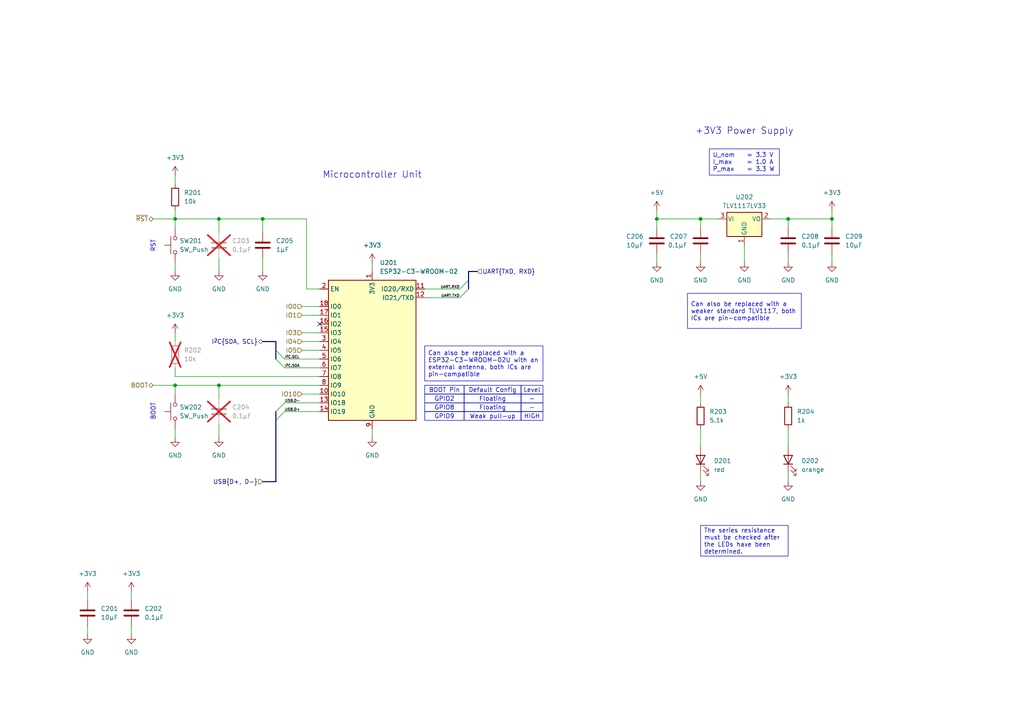
<source format=kicad_sch>
(kicad_sch (version 20231120) (generator "eeschema") (generator_version "8.0")
  (paper "A4")
  (title_block (title "Wordclock - Microcontroller Unit & Power Supply") (date "2024-10-27") (rev "A") (company "ElektroNik Zoller") (comment 1 "Nikolai Zoller") (comment 4 "CERN-OHL-P"))
  (lib_symbols
    (symbol "Device:C" (pin_numbers hide) (pin_names (offset 0.254))
      (property "Reference" "C" (at 0.635 2.54 0))
      (property "Value" "C" (at 0.635 -2.54 0))
      (symbol "C_0_1"
        (polyline (pts (xy -2.032 -0.762) (xy 2.032 -0.762)) (stroke (width 0.508)))
        (polyline (pts (xy -2.032 0.762) (xy 2.032 0.762)) (stroke (width 0.508)))
      )
      (symbol "C_1_1"
        (pin passive line (at 0 3.81 270) (length 2.794) (name "~") (number "1"))
        (pin passive line (at 0 -3.81 90) (length 2.794) (name "~") (number "2"))
      )
    )
    (symbol "Device:LED" (pin_numbers hide) (pin_names (offset 1.016) hide)
      (property "Reference" "D" (at 0 2.54 0))
      (property "Value" "LED" (at 0 -2.54 0))
      (symbol "LED_0_1"
        (polyline (pts (xy -1.27 -1.27) (xy -1.27 1.27)) (stroke (width 0.254)))
        (polyline (pts (xy -1.27 0) (xy 1.27 0)))
        (polyline (pts (xy 1.27 -1.27) (xy 1.27 1.27) (xy -1.27 0) (xy 1.27 -1.27)) (stroke (width 0.254)))
        (polyline (pts (xy -3.048 -0.762) (xy -4.572 -2.286) (xy -3.81 -2.286) (xy -4.572 -2.286) (xy -4.572 -1.524)))
        (polyline (pts (xy -1.778 -0.762) (xy -3.302 -2.286) (xy -2.54 -2.286) (xy -3.302 -2.286) (xy -3.302 -1.524)))
      )
      (symbol "LED_1_1"
        (pin passive line (at -3.81 0 0) (length 2.54) (name "K") (number "1"))
        (pin passive line (at 3.81 0 180) (length 2.54) (name "A") (number "2"))
      )
    )
    (symbol "Device:R" (pin_numbers hide) (pin_names (offset 0))
      (property "Reference" "R" (at 2.032 0 90))
      (property "Value" "R" (at 0 0 90))
      (symbol "R_0_1"
        (rectangle (start -1.016 -2.54) (end 1.016 2.54) (stroke (width 0.254)))
      )
      (symbol "R_1_1"
        (pin passive line (at 0 3.81 270) (length 1.27) (name "~") (number "1"))
        (pin passive line (at 0 -3.81 90) (length 1.27) (name "~") (number "2"))
      )
    )
    (symbol "RF_Module:ESP32-C3-WROOM-02"
      (property "Reference" "U" (at -12.192 21.336 0))
      (property "Value" "ESP32-C3-WROOM-02" (at 12.192 21.336 0))
      (symbol "ESP32-C3-WROOM-02_1_1"
        (rectangle (start -12.7 20.32) (end 12.7 -20.32) (stroke (width 0.254)) (fill (type background)))
        (pin power_in line (at 0 22.86 270) (length 2.54) (name "3V3") (number "1"))
        (pin bidirectional line (at -15.24 -12.7 0) (length 2.54) (name "IO10") (number "10"))
        (pin bidirectional line (at 15.24 17.78 180) (length 2.54) (name "IO20/RXD") (number "11"))
        (pin bidirectional line (at 15.24 15.24 180) (length 2.54) (name "IO21/TXD") (number "12"))
        (pin bidirectional line (at -15.24 -15.24 0) (length 2.54) (name "IO18") (number "13"))
        (pin bidirectional line (at -15.24 -17.78 0) (length 2.54) (name "IO19") (number "14"))
        (pin bidirectional line (at -15.24 5.08 0) (length 2.54) (name "IO3") (number "15"))
        (pin bidirectional line (at -15.24 7.62 0) (length 2.54) (name "IO2") (number "16"))
        (pin bidirectional line (at -15.24 10.16 0) (length 2.54) (name "IO1") (number "17"))
        (pin bidirectional line (at -15.24 12.7 0) (length 2.54) (name "IO0") (number "18"))
        (pin passive line (at 0 -22.86 90) (length 2.54) hide (name "GND") (number "19"))
        (pin input line (at -15.24 17.78 0) (length 2.54) (name "EN") (number "2"))
        (pin bidirectional line (at -15.24 2.54 0) (length 2.54) (name "IO4") (number "3"))
        (pin bidirectional line (at -15.24 0 0) (length 2.54) (name "IO5") (number "4"))
        (pin bidirectional line (at -15.24 -2.54 0) (length 2.54) (name "IO6") (number "5"))
        (pin bidirectional line (at -15.24 -5.08 0) (length 2.54) (name "IO7") (number "6"))
        (pin bidirectional line (at -15.24 -7.62 0) (length 2.54) (name "IO8") (number "7"))
        (pin bidirectional line (at -15.24 -10.16 0) (length 2.54) (name "IO9") (number "8"))
        (pin power_in line (at 0 -22.86 90) (length 2.54) (name "GND") (number "9"))
      )
    )
    (symbol "Regulator_Linear:TLV1117-33" (pin_names (offset 0.254))
      (property "Reference" "U" (at -3.81 3.175 0))
      (property "Value" "TLV1117-33" (at 0 3.175 0))
      (symbol "TLV1117-33_0_1"
        (rectangle (start -5.08 -5.08) (end 5.08 1.905) (stroke (width 0.254)) (fill (type background)))
      )
      (symbol "TLV1117-33_1_1"
        (pin power_in line (at 0 -7.62 90) (length 2.54) (name "GND") (number "1"))
        (pin power_out line (at 7.62 0 180) (length 2.54) (name "VO") (number "2"))
        (pin power_in line (at -7.62 0 0) (length 2.54) (name "VI") (number "3"))
      )
    )
    (symbol "Switch:SW_Push" (pin_numbers hide) (pin_names (offset 1.016) hide)
      (property "Reference" "SW" (at 1.27 2.54 0))
      (property "Value" "SW_Push" (at 0 -1.524 0))
      (symbol "SW_Push_0_1"
        (circle (center -2.032 0) (radius 0.508))
        (polyline (pts (xy 0 1.27) (xy 0 3.048)))
        (polyline (pts (xy 2.54 1.27) (xy -2.54 1.27)))
        (circle (center 2.032 0) (radius 0.508))
        (pin passive line (at -5.08 0 0) (length 2.54) (name "1") (number "1"))
        (pin passive line (at 5.08 0 180) (length 2.54) (name "2") (number "2"))
      )
    )
    (symbol "power:+3V3" (power) (pin_numbers hide) (pin_names (offset 0) hide)
      (property "Value" "+3V3" (at 0 3.556 0))
      (symbol "+3V3_0_1"
        (polyline (pts (xy -0.762 1.27) (xy 0 2.54)))
        (polyline (pts (xy 0 0) (xy 0 2.54)))
        (polyline (pts (xy 0 2.54) (xy 0.762 1.27)))
      )
      (symbol "+3V3_1_1"
        (pin power_in line (at 0 0 90) (length 0) (name "~") (number "1"))
      )
    )
    (symbol "power:+5V" (power) (pin_numbers hide) (pin_names (offset 0) hide)
      (property "Value" "+5V" (at 0 3.556 0))
      (symbol "+5V_0_1"
        (polyline (pts (xy -0.762 1.27) (xy 0 2.54)))
        (polyline (pts (xy 0 0) (xy 0 2.54)))
        (polyline (pts (xy 0 2.54) (xy 0.762 1.27)))
      )
      (symbol "+5V_1_1"
        (pin power_in line (at 0 0 90) (length 0) (name "~") (number "1"))
      )
    )
    (symbol "power:GND" (power) (pin_numbers hide) (pin_names (offset 0) hide)
      (property "Value" "GND" (at 0 -3.81 0))
      (symbol "GND_0_1"
        (polyline (pts (xy 0 0) (xy 0 -1.27) (xy 1.27 -1.27) (xy 0 -2.54) (xy -1.27 -1.27) (xy 0 -1.27)))
      )
      (symbol "GND_1_1"
        (pin power_in line (at 0 0 270) (length 0) (name "~") (number "1"))
      )
    )
  )
  (junction (at 203.2 63.5))
  (junction (at 63.5 111.76))
  (junction (at 63.5 63.5))
  (junction (at 228.6 63.5))
  (junction (at 50.8 63.5))
  (junction (at 50.8 111.76))
  (junction (at 241.3 63.5))
  (junction (at 76.2 63.5))
  (junction (at 190.5 63.5))
  (no_connect (at 92.71 93.98))
  (bus_entry (at 80.01 104.14) (size 2.54 2.54))
  (bus_entry (at 135.89 81.28) (size -2.54 2.54))
  (bus_entry (at 135.89 83.82) (size -2.54 2.54))
  (bus_entry (at 80.01 101.6) (size 2.54 2.54))
  (bus_entry (at 80.01 119.38) (size 2.54 -2.54))
  (bus_entry (at 80.01 121.92) (size 2.54 -2.54))
  (wire (pts (xy 215.9 71.12) (xy 215.9 76.2)))
  (wire (pts (xy 50.8 63.5) (xy 50.8 66.04)))
  (wire (pts (xy 63.5 111.76) (xy 92.71 111.76)))
  (wire (pts (xy 63.5 78.74) (xy 63.5 74.93)))
  (wire (pts (xy 190.5 73.66) (xy 190.5 76.2)))
  (bus (pts (xy 135.89 78.74) (xy 138.43 78.74)))
  (wire (pts (xy 88.9 83.82) (xy 92.71 83.82)))
  (wire (pts (xy 203.2 63.5) (xy 203.2 66.04)))
  (wire (pts (xy 82.55 119.38) (xy 92.71 119.38)))
  (wire (pts (xy 63.5 63.5) (xy 76.2 63.5)))
  (wire (pts (xy 50.8 124.46) (xy 50.8 127)))
  (bus (pts (xy 135.89 81.28) (xy 135.89 78.74)))
  (wire (pts (xy 203.2 114.3) (xy 203.2 116.84)))
  (wire (pts (xy 82.55 116.84) (xy 92.71 116.84)))
  (wire (pts (xy 76.2 67.31) (xy 76.2 63.5)))
  (wire (pts (xy 203.2 137.16) (xy 203.2 139.7)))
  (wire (pts (xy 76.2 78.74) (xy 76.2 74.93)))
  (wire (pts (xy 203.2 124.46) (xy 203.2 129.54)))
  (wire (pts (xy 223.52 63.5) (xy 228.6 63.5)))
  (wire (pts (xy 50.8 99.06) (xy 50.8 96.52)))
  (wire (pts (xy 50.8 53.34) (xy 50.8 50.8)))
  (bus (pts (xy 80.01 101.6) (xy 80.01 99.06)))
  (wire (pts (xy 228.6 114.3) (xy 228.6 116.84)))
  (bus (pts (xy 80.01 104.14) (xy 80.01 101.6)))
  (wire (pts (xy 228.6 73.66) (xy 228.6 76.2)))
  (wire (pts (xy 25.4 181.61) (xy 25.4 184.15)))
  (wire (pts (xy 87.63 101.6) (xy 92.71 101.6)))
  (wire (pts (xy 87.63 99.06) (xy 92.71 99.06)))
  (wire (pts (xy 50.8 76.2) (xy 50.8 78.74)))
  (wire (pts (xy 50.8 63.5) (xy 63.5 63.5)))
  (wire (pts (xy 190.5 60.96) (xy 190.5 63.5)))
  (wire (pts (xy 63.5 115.57) (xy 63.5 111.76)))
  (wire (pts (xy 133.35 83.82) (xy 123.19 83.82)))
  (wire (pts (xy 241.3 63.5) (xy 241.3 60.96)))
  (wire (pts (xy 50.8 111.76) (xy 63.5 111.76)))
  (wire (pts (xy 107.95 76.2) (xy 107.95 78.74)))
  (wire (pts (xy 190.5 63.5) (xy 190.5 66.04)))
  (wire (pts (xy 50.8 111.76) (xy 50.8 114.3)))
  (wire (pts (xy 38.1 171.45) (xy 38.1 173.99)))
  (wire (pts (xy 63.5 67.31) (xy 63.5 63.5)))
  (wire (pts (xy 44.45 111.76) (xy 50.8 111.76)))
  (wire (pts (xy 82.55 106.68) (xy 92.71 106.68)))
  (wire (pts (xy 38.1 181.61) (xy 38.1 184.15)))
  (wire (pts (xy 203.2 73.66) (xy 203.2 76.2)))
  (wire (pts (xy 76.2 63.5) (xy 88.9 63.5)))
  (bus (pts (xy 80.01 139.7) (xy 76.2 139.7)))
  (wire (pts (xy 228.6 63.5) (xy 228.6 66.04)))
  (wire (pts (xy 87.63 88.9) (xy 92.71 88.9)))
  (wire (pts (xy 203.2 63.5) (xy 208.28 63.5)))
  (wire (pts (xy 87.63 91.44) (xy 92.71 91.44)))
  (wire (pts (xy 44.45 63.5) (xy 50.8 63.5)))
  (wire (pts (xy 228.6 137.16) (xy 228.6 139.7)))
  (bus (pts (xy 80.01 99.06) (xy 76.2 99.06)))
  (wire (pts (xy 50.8 109.22) (xy 50.8 106.68)))
  (bus (pts (xy 80.01 119.38) (xy 80.01 121.92)))
  (wire (pts (xy 88.9 63.5) (xy 88.9 83.82)))
  (wire (pts (xy 50.8 60.96) (xy 50.8 63.5)))
  (wire (pts (xy 228.6 63.5) (xy 241.3 63.5)))
  (wire (pts (xy 241.3 73.66) (xy 241.3 76.2)))
  (wire (pts (xy 228.6 124.46) (xy 228.6 129.54)))
  (wire (pts (xy 107.95 124.46) (xy 107.95 127)))
  (wire (pts (xy 241.3 63.5) (xy 241.3 66.04)))
  (wire (pts (xy 25.4 171.45) (xy 25.4 173.99)))
  (wire (pts (xy 190.5 63.5) (xy 203.2 63.5)))
  (bus (pts (xy 80.01 121.92) (xy 80.01 139.7)))
  (wire (pts (xy 82.55 104.14) (xy 92.71 104.14)))
  (bus (pts (xy 135.89 83.82) (xy 135.89 81.28)))
  (wire (pts (xy 87.63 114.3) (xy 92.71 114.3)))
  (wire (pts (xy 87.63 96.52) (xy 92.71 96.52)))
  (wire (pts (xy 63.5 127) (xy 63.5 123.19)))
  (wire (pts (xy 133.35 86.36) (xy 123.19 86.36)))
  (wire (pts (xy 92.71 109.22) (xy 50.8 109.22)))
  (text_box "Floating" (at 134.62 114.3 0) (size 16.51 2.54) (effects (font (size 1.27 1.27))))
  (text_box "BOOT Pin" (at 123.19 111.76 0) (size 11.43 2.54) (effects (font (size 1.27 1.27))))
  (text_box "GPIO8" (at 123.19 116.84 0) (size 11.43 2.54) (effects (font (size 1.27 1.27))))
  (text_box "Can also be replaced with a ESP32-C3-WROOM-02U with an external antenna, both ICs are pin-compatible" (at 123.19 100.33 0) (size 34.29 10.16) (effects (font (size 1.27 1.27)) (justify left)))
  (text_box "U_nom	= 3.3 V\nI_max	= 1.0 A\nP_max	= 3.3 W" (at 205.74 43.18 0) (size 20.32 7.62) (effects (font (size 1.27 1.27)) (justify left top)))
  (text_box "Default Config" (at 134.62 111.76 0) (size 16.51 2.54) (effects (font (size 1.27 1.27))))
  (text_box "Level" (at 151.13 111.76 0) (size 6.35 2.54) (effects (font (size 1.27 1.27))))
  (text_box "GPIO9" (at 123.19 119.38 0) (size 11.43 2.54) (effects (font (size 1.27 1.27))))
  (text_box "Weak pull-up" (at 134.62 119.38 0) (size 16.51 2.54) (effects (font (size 1.27 1.27))))
  (text_box "The series resistance must be checked after the LEDs have been determined." (at 203.2 152.4 0) (size 25.4 8.89) (effects (font (size 1.27 1.27)) (justify left)))
  (text_box "HIGH" (at 151.13 119.38 0) (size 6.35 2.54) (effects (font (size 1.27 1.27))))
  (text_box "Can also be replaced with a weaker standard TLV1117, both ICs are pin-compatible" (at 199.39 85.09 0) (size 33.02 10.16) (effects (font (size 1.27 1.27)) (justify left)))
  (text_box "GPIO2" (at 123.19 114.3 0) (size 11.43 2.54) (effects (font (size 1.27 1.27))))
  (text_box "-" (at 151.13 116.84 0) (size 6.35 2.54) (effects (font (size 1.27 1.27))))
  (text_box "-" (at 151.13 114.3 0) (size 6.35 2.54) (effects (font (size 1.27 1.27))))
  (text_box "Floating" (at 134.62 116.84 0) (size 16.51 2.54) (effects (font (size 1.27 1.27))))
  (text "+3V3 Power Supply" (at 215.9 38.1 0) (effects (font (size 1.905 1.905))))
  (text "Microcontroller Unit" (at 107.95 50.8 0) (effects (font (size 1.905 1.905))))
  (text "RST" (at 44.45 71.374 90) (effects (font (size 1.27 1.27))))
  (text "BOOT" (at 44.45 119.38 90) (effects (font (size 1.27 1.27))))
  (label "USB.D-" (at 82.55 116.84 0) (effects (font (size 0.762 0.762))))
  (label "I^{2}C.SDA" (at 82.55 106.68 0) (effects (font (size 0.762 0.762))))
  (label "USB.D+" (at 82.55 119.38 0) (effects (font (size 0.762 0.762))))
  (label "I^{2}C.SCL" (at 82.55 104.14 0) (effects (font (size 0.762 0.762))))
  (label "UART.RXD" (at 133.35 83.82 180) (effects (font (size 0.762 0.762))))
  (label "UART.TXD" (at 133.35 86.36 180) (effects (font (size 0.762 0.762))))
  (hierarchical_label "IO4" (shape input) (at 87.63 99.06 180))
  (hierarchical_label "USB{D+, D-}" (shape input) (at 76.2 139.7 180))
  (hierarchical_label "~{RST}" (shape bidirectional) (at 44.45 63.5 180))
  (hierarchical_label "BOOT" (shape bidirectional) (at 44.45 111.76 180))
  (hierarchical_label "IO1" (shape input) (at 87.63 91.44 180))
  (hierarchical_label "IO0" (shape input) (at 87.63 88.9 180))
  (hierarchical_label "IO3" (shape input) (at 87.63 96.52 180))
  (hierarchical_label "UART{TXD, RXD}" (shape input) (at 138.43 78.74 0))
  (hierarchical_label "I^{2}C{SDA, SCL}" (shape bidirectional) (at 76.2 99.06 180))
  (hierarchical_label "IO5" (shape input) (at 87.63 101.6 180))
  (hierarchical_label "IO10" (shape input) (at 87.63 114.3 180))
  (symbol (lib_id "power:GND") (at 228.6 76.2 0) (mirror y) (unit 1)
    (property "Reference" "#PWR0220" (effects (hide yes)))
    (property "Value" "GND" (at 228.6 81.28 0))
    (property "Description" "Power symbol creates a global label with name \"GND\" , ground" (effects (hide yes)))
  )
  (symbol (lib_id "power:+3V3") (at 50.8 50.8 0) (mirror y) (unit 1)
    (property "Reference" "#PWR0205" (effects (hide yes)))
    (property "Value" "+3V3" (at 50.8 45.72 0))
    (property "Description" "Power symbol creates a global label with name \"+3V3\"" (effects (hide yes)))
  )
  (symbol (lib_id "power:GND") (at 76.2 78.74 0) (unit 1)
    (property "Reference" "#PWR0211" (effects (hide yes)))
    (property "Value" "GND" (at 76.2 83.82 0))
    (property "Description" "Power symbol creates a global label with name \"GND\" , ground" (effects (hide yes)))
  )
  (symbol (lib_id "Device:C") (at 241.3 69.85 0) (unit 1)
    (property "Reference" "C209" (at 245.11 68.5799 0) (effects (justify left)))
    (property "Value" "10µF" (at 245.11 71.1199 0) (effects (justify left)))
    (property "Description" "Unpolarized capacitor" (effects (hide yes)))
  )
  (symbol (lib_id "power:+3V3") (at 50.8 96.52 0) (mirror y) (unit 1)
    (property "Reference" "#PWR0207" (effects (hide yes)))
    (property "Value" "+3V3" (at 50.8 91.44 0))
    (property "Description" "Power symbol creates a global label with name \"+3V3\"" (effects (hide yes)))
  )
  (symbol (lib_id "power:+3V3") (at 241.3 60.96 0) (unit 1)
    (property "Reference" "#PWR0223" (effects (hide yes)))
    (property "Value" "+3V3" (at 241.3 55.88 0))
    (property "Description" "Power symbol creates a global label with name \"+3V3\"" (effects (hide yes)))
  )
  (symbol (lib_id "power:GND") (at 63.5 78.74 0) (unit 1)
    (property "Reference" "#PWR0209" (effects (hide yes)))
    (property "Value" "GND" (at 63.5 83.82 0))
    (property "Description" "Power symbol creates a global label with name \"GND\" , ground" (effects (hide yes)))
  )
  (symbol (lib_id "Switch:SW_Push") (at 50.8 71.12 90) (unit 1)
    (property "Reference" "SW201" (at 52.07 69.8499 90) (effects (justify right)))
    (property "Value" "SW_Push" (at 52.07 72.3899 90) (effects (justify right)))
    (property "Description" "Push button switch, generic, two pins" (effects (hide yes)))
  )
  (symbol (lib_id "power:GND") (at 228.6 139.7 0) (mirror y) (unit 1)
    (property "Reference" "#PWR0222" (effects (hide yes)))
    (property "Value" "GND" (at 228.6 144.78 0))
    (property "Description" "Power symbol creates a global label with name \"GND\" , ground" (effects (hide yes)))
  )
  (symbol (lib_id "power:GND") (at 107.95 127 0) (mirror y) (unit 1)
    (property "Reference" "#PWR0213" (effects (hide yes)))
    (property "Value" "GND" (at 107.95 132.08 0))
    (property "Description" "Power symbol creates a global label with name \"GND\" , ground" (effects (hide yes)))
  )
  (symbol (lib_id "Device:C") (at 203.2 69.85 0) (mirror y) (unit 1)
    (property "Reference" "C207" (at 199.39 68.5799 0) (effects (justify left)))
    (property "Value" "0.1µF" (at 199.39 71.1199 0) (effects (justify left)))
    (property "Description" "Unpolarized capacitor" (effects (hide yes)))
  )
  (symbol (lib_id "Device:R") (at 50.8 102.87 0) (unit 1) (dnp yes)
    (property "Reference" "R202" (at 53.34 101.5999 0) (effects (justify left)))
    (property "Value" "10k" (at 53.34 104.1399 0) (effects (justify left)))
    (property "Description" "Resistor" (effects (hide yes)))
  )
  (symbol (lib_id "power:GND") (at 63.5 127 0) (unit 1)
    (property "Reference" "#PWR0210" (effects (hide yes)))
    (property "Value" "GND" (at 63.5 132.08 0))
    (property "Description" "Power symbol creates a global label with name \"GND\" , ground" (effects (hide yes)))
  )
  (symbol (lib_id "power:+3V3") (at 228.6 114.3 0) (unit 1)
    (property "Reference" "#PWR0221" (effects (hide yes)))
    (property "Value" "+3V3" (at 228.6 109.22 0))
    (property "Description" "Power symbol creates a global label with name \"+3V3\"" (effects (hide yes)))
  )
  (symbol (lib_id "power:+5V") (at 190.5 60.96 0) (unit 1)
    (property "Reference" "#PWR0214" (effects (hide yes)))
    (property "Value" "+5V" (at 190.5 55.88 0))
    (property "Description" "Power symbol creates a global label with name \"+5V\"" (effects (hide yes)))
  )
  (symbol (lib_id "Switch:SW_Push") (at 50.8 119.38 90) (unit 1)
    (property "Reference" "SW202" (at 52.07 118.1099 90) (effects (justify right)))
    (property "Value" "SW_Push" (at 52.07 120.6499 90) (effects (justify right)))
    (property "Description" "Push button switch, generic, two pins" (effects (hide yes)))
  )
  (symbol (lib_id "power:+5V") (at 203.2 114.3 0) (unit 1)
    (property "Reference" "#PWR0217" (effects (hide yes)))
    (property "Value" "+5V" (at 203.2 109.22 0))
    (property "Description" "Power symbol creates a global label with name \"+5V\"" (effects (hide yes)))
  )
  (symbol (lib_id "Device:LED") (at 203.2 133.35 90) (unit 1)
    (property "Reference" "D201" (at 207.01 133.6674 90) (effects (justify right)))
    (property "Value" "red" (at 207.01 136.2074 90) (effects (justify right)))
    (property "Description" "Light emitting diode" (effects (hide yes)))
  )
  (symbol (lib_id "power:GND") (at 50.8 78.74 0) (unit 1)
    (property "Reference" "#PWR0206" (effects (hide yes)))
    (property "Value" "GND" (at 50.8 83.82 0))
    (property "Description" "Power symbol creates a global label with name \"GND\" , ground" (effects (hide yes)))
  )
  (symbol (lib_id "Device:LED") (at 228.6 133.35 90) (unit 1)
    (property "Reference" "D202" (at 232.41 133.6674 90) (effects (justify right)))
    (property "Value" "orange" (at 232.41 136.2074 90) (effects (justify right)))
    (property "Description" "Light emitting diode" (effects (hide yes)))
  )
  (symbol (lib_id "power:GND") (at 38.1 184.15 0) (unit 1)
    (property "Reference" "#PWR0204" (effects (hide yes)))
    (property "Value" "GND" (at 38.1 189.23 0))
    (property "Description" "Power symbol creates a global label with name \"GND\" , ground" (effects (hide yes)))
  )
  (symbol (lib_id "power:+3V3") (at 38.1 171.45 0) (unit 1)
    (property "Reference" "#PWR0203" (effects (hide yes)))
    (property "Value" "+3V3" (at 38.1 166.37 0))
    (property "Description" "Power symbol creates a global label with name \"+3V3\"" (effects (hide yes)))
  )
  (symbol (lib_id "Device:C") (at 63.5 71.12 0) (unit 1) (dnp yes)
    (property "Reference" "C203" (at 67.31 69.8499 0) (effects (justify left)))
    (property "Value" "0.1µF" (at 67.31 72.3899 0) (effects (justify left)))
    (property "Description" "Unpolarized capacitor" (effects (hide yes)))
  )
  (symbol (lib_id "power:+3V3") (at 107.95 76.2 0) (mirror y) (unit 1)
    (property "Reference" "#PWR0212" (effects (hide yes)))
    (property "Value" "+3V3" (at 107.95 71.12 0))
    (property "Description" "Power symbol creates a global label with name \"+3V3\"" (effects (hide yes)))
  )
  (symbol (lib_id "power:+3V3") (at 25.4 171.45 0) (unit 1)
    (property "Reference" "#PWR0201" (effects (hide yes)))
    (property "Value" "+3V3" (at 25.4 166.37 0))
    (property "Description" "Power symbol creates a global label with name \"+3V3\"" (effects (hide yes)))
  )
  (symbol (lib_id "Device:R") (at 228.6 120.65 0) (unit 1)
    (property "Reference" "R204" (at 231.14 119.3799 0) (effects (justify left)))
    (property "Value" "1k" (at 231.14 121.9199 0) (effects (justify left)))
    (property "Description" "Resistor" (effects (hide yes)))
  )
  (symbol (lib_id "Device:C") (at 38.1 177.8 0) (unit 1)
    (property "Reference" "C202" (at 41.91 176.5299 0) (effects (justify left)))
    (property "Value" "0.1µF" (at 41.91 179.0699 0) (effects (justify left)))
    (property "Description" "Unpolarized capacitor" (effects (hide yes)))
  )
  (symbol (lib_id "Device:C") (at 25.4 177.8 0) (unit 1)
    (property "Reference" "C201" (at 29.21 176.5299 0) (effects (justify left)))
    (property "Value" "10µF" (at 29.21 179.0699 0) (effects (justify left)))
    (property "Description" "Unpolarized capacitor" (effects (hide yes)))
  )
  (symbol (lib_id "power:GND") (at 190.5 76.2 0) (mirror y) (unit 1)
    (property "Reference" "#PWR0215" (effects (hide yes)))
    (property "Value" "GND" (at 190.5 81.28 0))
    (property "Description" "Power symbol creates a global label with name \"GND\" , ground" (effects (hide yes)))
  )
  (symbol (lib_id "Device:R") (at 50.8 57.15 0) (unit 1)
    (property "Reference" "R201" (at 53.34 55.8799 0) (effects (justify left)))
    (property "Value" "10k" (at 53.34 58.4199 0) (effects (justify left)))
    (property "Description" "Resistor" (effects (hide yes)))
  )
  (symbol (lib_id "Device:R") (at 203.2 120.65 0) (unit 1)
    (property "Reference" "R203" (at 205.74 119.3799 0) (effects (justify left)))
    (property "Value" "5.1k" (at 205.74 121.9199 0) (effects (justify left)))
    (property "Description" "Resistor" (effects (hide yes)))
  )
  (symbol (lib_id "power:GND") (at 50.8 127 0) (unit 1)
    (property "Reference" "#PWR0208" (effects (hide yes)))
    (property "Value" "GND" (at 50.8 132.08 0))
    (property "Description" "Power symbol creates a global label with name \"GND\" , ground" (effects (hide yes)))
  )
  (symbol (lib_id "Device:C") (at 190.5 69.85 0) (mirror y) (unit 1)
    (property "Reference" "C206" (at 186.69 68.5799 0) (effects (justify left)))
    (property "Value" "10µF" (at 186.69 71.1199 0) (effects (justify left)))
    (property "Description" "Unpolarized capacitor" (effects (hide yes)))
  )
  (symbol (lib_id "RF_Module:ESP32-C3-WROOM-02") (at 107.95 101.6 0) (unit 1)
    (property "Reference" "U201" (at 110.1441 76.2 0) (effects (justify left)))
    (property "Value" "ESP32-C3-WROOM-02" (at 110.1441 78.74 0) (effects (justify left)))
    (property "Footprint" "RF_Module:ESP32-C3-WROOM-02" (effects (hide yes)))
    (property "Datasheet" "https://www.espressif.com/sites/default/files/documentation/esp32-c3-wroom-02_datasheet_en.pdf" (effects (hide yes)))
    (property "Description" "802.11 b/g/n Wi­Fi and Bluetooth 5 module, ESP32­C3 SoC, RISC­V microprocessor, On-board antenna" (effects (hide yes)))
    (property "Manufacturer" "Espressif Systems" (effects (hide yes)))
    (property "Manufacturer Part no." "ESP32-C3-WROOM-02-N4" (effects (hide yes)))
    (property "Vendor 1" "Digikey" (effects (hide yes)))
    (property "Vendor 1 Part no." "1965-ESP32-C3-WROOM-02-N4TR-ND" (effects (hide yes)))
    (property "Vendor 2" "LCSC" (effects (hide yes)))
    (property "Vendor 2 Part no." "C2934560" (effects (hide yes)))
  )
  (symbol (lib_id "Device:C") (at 63.5 119.38 0) (unit 1) (dnp yes)
    (property "Reference" "C204" (at 67.31 118.1099 0) (effects (justify left)))
    (property "Value" "0.1µF" (at 67.31 120.6499 0) (effects (justify left)))
    (property "Description" "Unpolarized capacitor" (effects (hide yes)))
  )
  (symbol (lib_id "power:GND") (at 25.4 184.15 0) (unit 1)
    (property "Reference" "#PWR0202" (effects (hide yes)))
    (property "Value" "GND" (at 25.4 189.23 0))
    (property "Description" "Power symbol creates a global label with name \"GND\" , ground" (effects (hide yes)))
  )
  (symbol (lib_id "Device:C") (at 228.6 69.85 0) (unit 1)
    (property "Reference" "C208" (at 232.41 68.5799 0) (effects (justify left)))
    (property "Value" "0.1µF" (at 232.41 71.1199 0) (effects (justify left)))
    (property "Description" "Unpolarized capacitor" (effects (hide yes)))
  )
  (symbol (lib_id "Device:C") (at 76.2 71.12 0) (unit 1)
    (property "Reference" "C205" (at 80.01 69.8499 0) (effects (justify left)))
    (property "Value" "1µF" (at 80.01 72.3899 0) (effects (justify left)))
    (property "Description" "Unpolarized capacitor" (effects (hide yes)))
  )
  (symbol (lib_id "power:GND") (at 203.2 76.2 0) (mirror y) (unit 1)
    (property "Reference" "#PWR0216" (effects (hide yes)))
    (property "Value" "GND" (at 203.2 81.28 0))
    (property "Description" "Power symbol creates a global label with name \"GND\" , ground" (effects (hide yes)))
  )
  (symbol (lib_id "power:GND") (at 203.2 139.7 0) (mirror y) (unit 1)
    (property "Reference" "#PWR0218" (effects (hide yes)))
    (property "Value" "GND" (at 203.2 144.78 0))
    (property "Description" "Power symbol creates a global label with name \"GND\" , ground" (effects (hide yes)))
  )
  (symbol (lib_id "Regulator_Linear:TLV1117-33") (at 215.9 63.5 0) (unit 1)
    (property "Reference" "U202" (at 215.9 57.15 0))
    (property "Value" "TLV1117LV33" (at 215.9 59.69 0))
    (property "Datasheet" "http://www.ti.com/lit/ds/symlink/tlv1117.pdf" (effects (hide yes)))
    (property "Description" "800mA Low-Dropout Linear Regulator, 3.3V fixed output, TO-220/TO-252/TO-263/SOT-223" (effects (hide yes)))
    (property "Manufacturer" "Texas Instruments" (effects (hide yes)))
    (property "Manufacturer Part no." "TLV1117LV33DCYR" (effects (hide yes)))
    (property "Vendor 1" "Digikey" (effects (hide yes)))
    (property "Vendor 1 Part no." "296-28778-2-ND" (effects (hide yes)))
    (property "Vendor 2" "LCSC" (effects (hide yes)))
    (property "Vendor 2 Part no." "C15578" (effects (hide yes)))
  )
  (symbol (lib_id "power:GND") (at 215.9 76.2 0) (mirror y) (unit 1)
    (property "Reference" "#PWR0219" (effects (hide yes)))
    (property "Value" "GND" (at 215.9 81.28 0))
    (property "Description" "Power symbol creates a global label with name \"GND\" , ground" (effects (hide yes)))
  )
  (symbol (lib_id "power:GND") (at 241.3 76.2 0) (mirror y) (unit 1)
    (property "Reference" "#PWR0224" (effects (hide yes)))
    (property "Value" "GND" (at 241.3 81.28 0))
    (property "Description" "Power symbol creates a global label with name \"GND\" , ground" (effects (hide yes)))
  )
)
</source>
